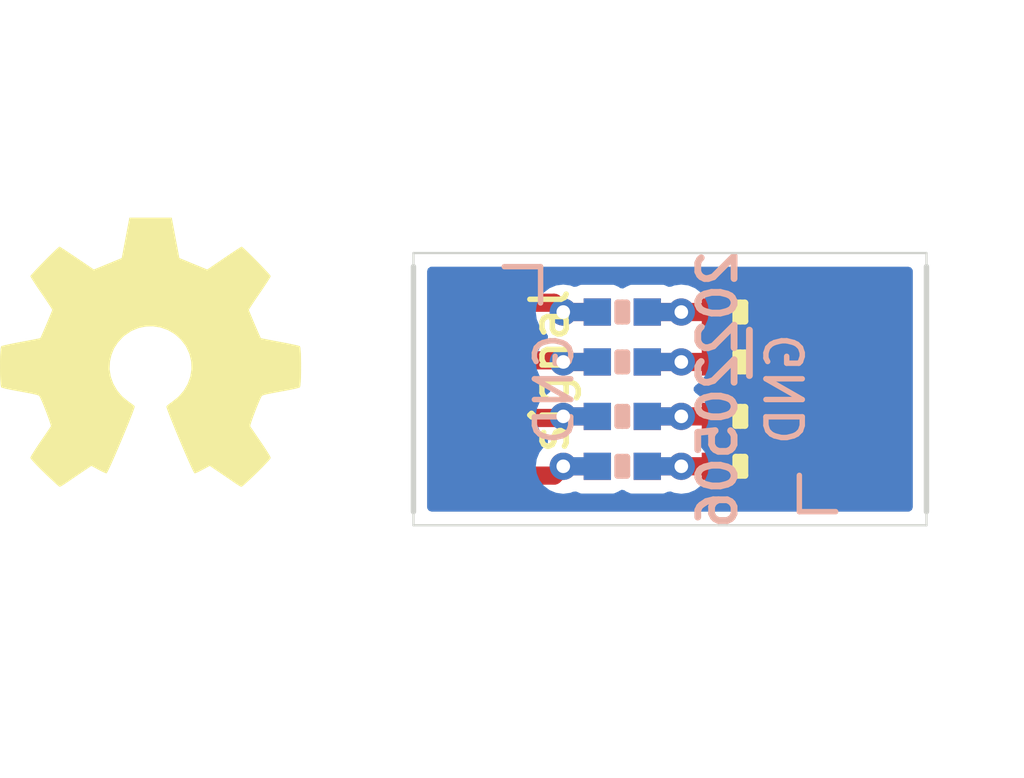
<source format=kicad_pcb>
(kicad_pcb (version 20211014) (generator pcbnew)
  (layers (0 "F.Cu" signal) (31 "B.Cu" signal) (34 "B.Paste" user) (35 "F.Paste" user) (36 "B.SilkS" user "B.Silkscreen") (37 "F.SilkS" user "F.Silkscreen") (38 "B.Mask" user) (39 "F.Mask" user) (44 "Edge.Cuts" user))
  (net 0 "")
  (net 1 "Net-(C1-Pad1)")
  (net 2 "Net-(C1-Pad2)")
  (net 3 "Net-(C2-Pad1)")
  (net 4 "Net-(C2-Pad2)")
  (net 5 "Net-(C3-Pad2)")
  (net 6 "Net-(C4-Pad1)")
  (net 7 "Net-(C4-Pad2)")
  (net 8 "/GND")
  (net 9 "Net-(R5-Pad2)")
  (net 10 "Net-(R6-Pad2)")
  (net 11 "Net-(R7-Pad2)")
  (net 12 "Net-(R8-Pad2)")
  (net 13 "Net-(J2-Pad6)")
  (footprint "Symbol:OSHW-Symbol_6.7x6mm_SilkScreen" (layer "F.Cu") (at 147 76.2)
    (fp_text reference "N2" hide)
    (fp_text value "OHWLOGO" hide)
    (fp_poly (pts (xy 0.555814 -2.531069) (xy 0.639635 -2.086445) (xy 0.94892 -1.958947) (xy 1.258206 -1.831449) (xy 1.629246 -2.083754) (xy 1.733157 -2.154004) (xy 1.827087 -2.216728) (xy 1.906652 -2.269062) (xy 1.96747 -2.308143) (xy 2.005157 -2.331107) (xy 2.015421 -2.336058) (xy 2.03391 -2.323324) (xy 2.07342 -2.288118) (xy 2.129522 -2.234938) (xy 2.197787 -2.168282) (xy 2.273786 -2.092646) (xy 2.353092 -2.012528) (xy 2.431275 -1.932426) (xy 2.503907 -1.856836) (xy 2.566559 -1.790255) (xy 2.614803 -1.737182) (xy 2.64421 -1.702113) (xy 2.651241 -1.690377) (xy 2.641123 -1.66874) (xy 2.612759 -1.621338) (xy 2.569129 -1.552807) (xy 2.513218 -1.467785) (xy 2.448006 -1.370907) (xy 2.410219 -1.31565) (xy 2.341343 -1.214752) (xy 2.28014 -1.123701) (xy 2.229578 -1.04703) (xy 2.192628 -0.989272) (xy 2.172258 -0.954957) (xy 2.169197 -0.947746) (xy 2.176136 -0.927252) (xy 2.195051 -0.879487) (xy 2.223087 -0.811168) (xy 2.257391 -0.729011) (xy 2.295109 -0.63973) (xy 2.333387 -0.550042) (xy 2.36937 -0.466662) (xy 2.400206 -0.396306) (xy 2.423039 -0.34569) (xy 2.435017 -0.321529) (xy 2.435724 -0.320578) (xy 2.454531 -0.315964) (xy 2.504618 -0.305672) (xy 2.580793 -0.290713) (xy 2.677865 -0.272099) (xy 2.790643 -0.250841) (xy 2.856442 -0.238582) (xy 2.97695 -0.215638) (xy 3.085797 -0.193805) (xy 3.177476 -0.174278) (xy 3.246481 -0.158252) (xy 3.287304 -0.146921) (xy 3.295511 -0.143326) (xy 3.303548 -0.118994) (xy 3.310033 -0.064041) (xy 3.31497 0.015108) (xy 3.318364 0.112026) (xy 3.320218 0.220287) (xy 3.320538 0.333465) (xy 3.319327 0.445135) (xy 3.31659 0.548868) (xy 3.312331 0.638241) (xy 3.306555 0.706826) (xy 3.299267 0.748197) (xy 3.294895 0.75681) (xy 3.268764 0.767133) (xy 3.213393 0.781892) (xy 3.136107 0.799352) (xy 3.04423 0.81778) (xy 3.012158 0.823741) (xy 2.857524 0.852066) (xy 2.735375 0.874876) (xy 2.641673 0.89308) (xy 2.572384 0.907583) (xy 2.523471 0.919292) (xy 2.490897 0.929115) (xy 2.470628 0.937956) (xy 2.458626 0.946724) (xy 2.456947 0.948457) (xy 2.440184 0.976371) (xy 2.414614 1.030695) (xy 2.382788 1.104777) (xy 2.34726 1.191965) (xy 2.310583 1.285608) (xy 2.275311 1.379052) (xy 2.243996 1.465647) (xy 2.219193 1.53874) (xy 2.203454 1.591678) (xy 2.199332 1.617811) (xy 2.199676 1.618726) (xy 2.213641 1.640086) (xy 2.245322 1.687084) (xy 2.291391 1.754827) (xy 2.348518 1.838423) (xy 2.413373 1.932982) (xy 2.431843 1.959854) (xy 2.497699 2.057275) (xy 2.55565 2.146163) (xy 2.602538 2.221412) (xy 2.635207 2.27792) (xy 2.6505 2.310581) (xy 2.651241 2.314593) (xy 2.638392 2.335684) (xy 2.602888 2.377464) (xy 2.549293 2.435445) (xy 2.482171 2.505135) (xy 2.406087 2.582045) (xy 2.325604 2.661683) (xy 2.245287 2.739561) (xy 2.169699 2.811186) (xy 2.103405 2.87207) (xy 2.050969 2.917721) (xy 2.016955 2.94365) (xy 2.007545 2.947883) (xy 1.985643 2.937912) (xy 1.9408 2.91102) (xy 1.880321 2.871736) (xy 1.833789 2.840117) (xy 1.749475 2.782098) (xy 1.649626 2.713784) (xy 1.549473 2.645579) (xy 1.495627 2.609075) (xy 1.313371 2.4858) (xy 1.160381 2.56852) (xy 1.090682 2.604759) (xy 1.031414 2.632926) (xy 0.991311 2.648991) (xy 0.981103 2.651226) (xy 0.968829 2.634722) (xy 0.944613 2.588082) (xy 0.910263 2.515609) (xy 0.867588 2.421606) (xy 0.818394 2.310374) (xy 0.76449 2.186215) (xy 0.707684 2.053432) (xy 0.649782 1.916327) (xy 0.592593 1.779202) (xy 0.537924 1.646358) (xy 0.487584 1.522098) (xy 0.44338 1.410725) (xy 0.407119 1.316539) (xy 0.380609 1.243844) (xy 0.365658 1.196941) (xy 0.363254 1.180833) (xy 0.382311 1.160286) (xy 0.424036 1.126933) (xy 0.479706 1.087702) (xy 0.484378 1.084599) (xy 0.628264 0.969423) (xy 0.744283 0.835053) (xy 0.83143 0.685784) (xy 0.888699 0.525913) (xy 0.915086 0.359737) (xy 0.909585 0.191552) (xy 0.87119 0.025655) (xy 0.798895 -0.133658) (xy 0.777626 -0.168513) (xy 0.666996 -0.309263) (xy 0.536302 -0.422286) (xy 0.390064 -0.506997) (xy 0.232808 -0.562806) (xy 0.069057 -0.589126) (xy -0.096667 -0.58537) (xy -0.259838 -0.55095) (xy -0.415935 -0.485277) (xy -0.560433 -0.387765) (xy -0.605131 -0.348187) (xy -0.718888 -0.224297) (xy -0.801782 -0.093876) (xy -0.858644 0.052315) (xy -0.890313 0.197088) (xy -0.898131 0.35986) (xy -0.872062 0.52344) (xy -0.814755 0.682298) (xy -0.728856 0.830906) (xy -0.617014 0.963735) (xy -0.481877 1.075256) (xy -0.464117 1.087011) (xy -0.40785 1.125508) (xy -0.365077 1.158863) (xy -0.344628 1.18016) (xy -0.344331 1.180833) (xy -0.348721 1.203871) (xy -0.366124 1.256157) (xy -0.394732 1.33339) (xy -0.432735 1.431268) (xy -0.478326 1.545491) (xy -0.529697 1.671758) (xy -0.585038 1.805767) (xy -0.642542 1.943218) (xy -0.700399 2.079808) (xy -0.756802 2.211237) (xy -0.809942 2.333205) (xy -0.85801 2.441409) (xy -0.899199 2.531549) (xy -0.931699 2.599323) (xy -0.953703 2.64043) (xy -0.962564 2.651226) (xy -0.98964 2.642819) (xy -1.040303 2.620272) (xy -1.105817 2.587613) (xy -1.141841 2.56852) (xy -1.294832 2.4858) (xy -1.477088 2.609075) (xy -1.570125 2.672228) (xy -1.671985 2.741727) (xy -1.767438 2.807165) (xy -1.81525 2.840117) (xy -1.882495 2.885273) (xy -1.939436 2.921057) (xy -1.978646 2.942938) (xy -1.991381 2.947563) (xy -2.009917 2.935085) (xy -2.050941 2.900252) (xy -2.110475 2.846678) (xy -2.184542 2.777983) (xy -2.269165 2.697781) (xy -2.322685 2.646286) (xy -2.416319 2.554286) (xy -2.497241 2.471999) (xy -2.562177 2.402945) (xy -2.607858 2.350644) (xy -2.631011 2.318616) (xy -2.633232 2.312116) (xy -2.622924 2.287394) (xy -2.594439 2.237405) (xy -2.550937 2.167212) (xy -2.495577 2.081875) (xy -2.43152 1.986456) (xy -2.413303 1.959854) (xy -2.346927 1.863167) (xy -2.287378 1.776117) (xy -2.237984 1.703595) (xy -2.202075 1.650493) (xy -2.182981 1.621703) (xy -2.181136 1.618726) (xy -2.183895 1.595782) (xy -2.198538 1.545336) (xy -2.222513 1.474041) (xy -2.253266 1.388547) (xy -2.288244 1.295507) (xy -2.324893 1.201574) (xy -2.360661 1.113399) (xy -2.392994 1.037634) (xy -2.419338 0.980931) (xy -2.437142 0.949943) (xy -2.438407 0.948457) (xy -2.449294 0.939601) (xy -2.467682 0.930843) (xy -2.497606 0.921277) (xy -2.543103 0.909996) (xy -2.608209 0.896093) (xy -2.696961 0.878663) (xy -2.813393 0.856798) (xy -2.961542 0.829591) (xy -2.993618 0.823741) (xy -3.088686 0.805374) (xy -3.171565 0.787405) (xy -3.23493 0.771569) (xy -3.271458 0.7596) (xy -3.276356 0.75681) (xy -3.284427 0.732072) (xy -3.290987 0.67679) (xy -3.296033 0.597389) (xy -3.299559 0.500296) (xy -3.301561 0.391938) (xy -3.302036 0.27874) (xy -3.300977 0.167128) (xy -3.298382 0.063529) (xy -3.294246 -0.025632) (xy -3.288563 -0.093928) (xy -3.281331 -0.134934) (xy -3.276971 -0.143326) (xy -3.252698 -0.151792) (xy -3.197426 -0.165565) (xy -3.116662 -0.18345) (xy -3.015912 -0.204252) (xy -2.900683 -0.226777) (xy -2.837902 -0.238582) (xy -2.718787 -0.260849) (xy -2.612565 -0.281021) (xy -2.524427 -0.298085) (xy -2.459566 -0.311031) (xy -2.423174 -0.318845) (xy -2.417184 -0.320578) (xy -2.407061 -0.34011) (xy -2.385662 -0.387157) (xy -2.355839 -0.454997) (xy -2.320445 -0.536909) (xy -2.282332 -0.626172) (xy -2.244353 -0.716065) (xy -2.20936 -0.799865) (xy -2.180206 -0.870853) (xy -2.159743 -0.922306) (xy -2.150823 -0.947503) (xy -2.150657 -0.948604) (xy -2.160769 -0.968481) (xy -2.189117 -1.014223) (xy -2.232723 -1.081283) (xy -2.288606 -1.165116) (xy -2.353787 -1.261174) (xy -2.391679 -1.31635) (xy -2.460725 -1.417519) (xy -2.52205 -1.50937) (xy -2.572663 -1.587256) (xy -2.609571 -1.646531) (xy -2.629782 -1.682549) (xy -2.632701 -1.690623) (xy -2.620153 -1.709416) (xy -2.585463 -1.749543) (xy -2.533063 -1.806507) (xy -2.467384 -1.875815) (xy -2.392856 -1.952969) (xy -2.313913 -2.033475) (xy -2.234983 -2.112837) (xy -2.1605 -2.18656) (xy -2.094894 -2.250148) (xy -2.042596 -2.299106) (xy -2.008039 -2.328939) (xy -1.996478 -2.336058) (xy -1.977654 -2.326047) (xy -1.932631 -2.297922) (xy -1.865787 -2.254546) (xy -1.781499 -2.198782) (xy -1.684144 -2.133494) (xy -1.610707 -2.083754) (xy -1.239667 -1.831449) (xy -0.621095 -2.086445) (xy -0.537275 -2.531069) (xy -0.453454 -2.975693) (xy 0.471994 -2.975693) (xy 0.555814 -2.531069)) (layer "F.SilkS") (width 0.01) (fill solid))
  )
  (footprint "SquantorRcl:C_0402" (layer "F.Cu") (at 157.4 76.4)
    (fp_text reference "C2")
    (fp_text value "100p")
    (fp_line (start 0 -0.2) (end 0 0.2) (layer "F.SilkS") (width 0.15))
    (pad "1" smd rect (at -0.55 0) (size 0.6 0.6) (layers "F.Cu" "F.Paste" "F.Mask") (net 3 "Net-(C2-Pad1)"))
    (pad "2" smd rect (at 0.55 0) (size 0.6 0.6) (layers "F.Cu" "F.Paste" "F.Mask") (net 4 "Net-(C2-Pad2)"))
  )
  (footprint "SquantorConnectors:Header-0127-2X04-EDGE" (layer "F.Cu") (at 155.3 77 -90)
    (fp_text reference "J2")
    (fp_text value "Conn_02x04_Odd_Even")
    (fp_line (start -1.9 -0.3) (end -2.7 -0.3) (layer "B.SilkS") (width 0.12))
    (fp_line (start -2.7 -0.3) (end -2.7 0.5) (layer "B.SilkS") (width 0.12))
    (fp_line (start 2.7 2.5) (end -2.7 2.5) (layer "Edge.Cuts") (width 0.12))
    (pad "1" smd roundrect (at -1.905 1.1 270) (size 0.8 2) (layers "B.Cu" "B.Paste" "B.Mask") (net 8 "/GND"))
    (pad "2" smd rect (at -1.905 1.1 270) (size 0.8 2) (layers "F.Cu" "F.Paste" "F.Mask") (net 1 "Net-(C1-Pad1)"))
    (pad "3" smd rect (at -0.635 1.1 270) (size 0.8 2) (layers "B.Cu" "B.Paste" "B.Mask") (net 8 "/GND"))
    (pad "4" smd rect (at -0.635 1.1 270) (size 0.8 2) (layers "F.Cu" "F.Paste" "F.Mask") (net 3 "Net-(C2-Pad1)"))
    (pad "5" smd rect (at 0.635 1.1 270) (size 0.8 2) (layers "B.Cu" "B.Paste" "B.Mask") (net 8 "/GND"))
    (pad "6" smd rect (at 0.635 1.1 270) (size 0.8 2) (layers "F.Cu" "F.Paste" "F.Mask") (net 13 "Net-(J2-Pad6)"))
    (pad "7" smd rect (at 1.905 1.1 270) (size 0.8 2) (layers "B.Cu" "B.Paste" "B.Mask") (net 8 "/GND"))
    (pad "8" smd rect (at 1.905 1.1 270) (size 0.8 2) (layers "F.Cu" "F.Paste" "F.Mask") (net 6 "Net-(C4-Pad1)"))
  )
  (footprint "SquantorConnectors:Header-0127-2X04-EDGE" (layer "F.Cu") (at 161.6 77 90)
    (fp_text reference "J1")
    (fp_text value "Conn_02x04_Odd_Even")
    (fp_line (start -1.9 -0.3) (end -2.7 -0.3) (layer "B.SilkS") (width 0.12))
    (fp_line (start -2.7 -0.3) (end -2.7 0.5) (layer "B.SilkS") (width 0.12))
    (fp_line (start 2.7 2.5) (end -2.7 2.5) (layer "Edge.Cuts") (width 0.12))
    (pad "1" smd roundrect (at -1.905 1.1 90) (size 0.8 2) (layers "B.Cu" "B.Paste" "B.Mask") (net 8 "/GND"))
    (pad "2" smd rect (at -1.905 1.1 90) (size 0.8 2) (layers "F.Cu" "F.Paste" "F.Mask") (net 12 "Net-(R8-Pad2)"))
    (pad "3" smd rect (at -0.635 1.1 90) (size 0.8 2) (layers "B.Cu" "B.Paste" "B.Mask") (net 8 "/GND"))
    (pad "4" smd rect (at -0.635 1.1 90) (size 0.8 2) (layers "F.Cu" "F.Paste" "F.Mask") (net 11 "Net-(R7-Pad2)"))
    (pad "5" smd rect (at 0.635 1.1 90) (size 0.8 2) (layers "B.Cu" "B.Paste" "B.Mask") (net 8 "/GND"))
    (pad "6" smd rect (at 0.635 1.1 90) (size 0.8 2) (layers "F.Cu" "F.Paste" "F.Mask") (net 10 "Net-(R6-Pad2)"))
    (pad "7" smd rect (at 1.905 1.1 90) (size 0.8 2) (layers "B.Cu" "B.Paste" "B.Mask") (net 8 "/GND"))
    (pad "8" smd rect (at 1.905 1.1 90) (size 0.8 2) (layers "F.Cu" "F.Paste" "F.Mask") (net 9 "Net-(R5-Pad2)"))
  )
  (footprint "SquantorRcl:C_0402" (layer "F.Cu") (at 157.4 77.6)
    (fp_text reference "C3")
    (fp_text value "100p")
    (fp_line (start 0 -0.2) (end 0 0.2) (layer "F.SilkS") (width 0.15))
    (pad "1" smd rect (at -0.55 0) (size 0.6 0.6) (layers "F.Cu" "F.Paste" "F.Mask") (net 13 "Net-(J2-Pad6)"))
    (pad "2" smd rect (at 0.55 0) (size 0.6 0.6) (layers "F.Cu" "F.Paste" "F.Mask") (net 5 "Net-(C3-Pad2)"))
  )
  (footprint "SquantorRcl:R_0402_hand" (layer "F.Cu") (at 160 77.6)
    (fp_text reference "R7")
    (fp_text value "470")
    (fp_line (start 0 -0.2) (end 0 0.2) (layer "F.SilkS") (width 0.15))
    (fp_line (start 0.1 -0.2) (end 0.1 0.2) (layer "F.SilkS") (width 0.15))
    (fp_line (start -0.1 -0.2) (end 0.1 -0.2) (layer "F.SilkS") (width 0.15))
    (fp_line (start 0.1 0.2) (end -0.1 0.2) (layer "F.SilkS") (width 0.15))
    (fp_line (start -0.1 0.2) (end -0.1 -0.2) (layer "F.SilkS") (width 0.15))
    (pad "1" smd rect (at -0.55 0) (size 0.6 0.6) (layers "F.Cu" "F.Paste" "F.Mask") (net 5 "Net-(C3-Pad2)"))
    (pad "2" smd rect (at 0.55 0) (size 0.6 0.6) (layers "F.Cu" "F.Paste" "F.Mask") (net 11 "Net-(R7-Pad2)"))
  )
  (footprint "SquantorRcl:C_0402" (layer "F.Cu") (at 157.4 75.3)
    (fp_text reference "C1")
    (fp_text value "100p")
    (fp_line (start 0 -0.2) (end 0 0.2) (layer "F.SilkS") (width 0.15))
    (pad "1" smd rect (at -0.55 0) (size 0.6 0.6) (layers "F.Cu" "F.Paste" "F.Mask") (net 1 "Net-(C1-Pad1)"))
    (pad "2" smd rect (at 0.55 0) (size 0.6 0.6) (layers "F.Cu" "F.Paste" "F.Mask") (net 2 "Net-(C1-Pad2)"))
  )
  (footprint "SquantorRcl:R_0402_hand" (layer "F.Cu") (at 160 75.3)
    (fp_text reference "R5")
    (fp_text value "470")
    (fp_line (start 0.1 0.2) (end -0.1 0.2) (layer "F.SilkS") (width 0.15))
    (fp_line (start -0.1 0.2) (end -0.1 -0.2) (layer "F.SilkS") (width 0.15))
    (fp_line (start 0.1 -0.2) (end 0.1 0.2) (layer "F.SilkS") (width 0.15))
    (fp_line (start 0 -0.2) (end 0 0.2) (layer "F.SilkS") (width 0.15))
    (fp_line (start -0.1 -0.2) (end 0.1 -0.2) (layer "F.SilkS") (width 0.15))
    (pad "1" smd rect (at -0.55 0) (size 0.6 0.6) (layers "F.Cu" "F.Paste" "F.Mask") (net 2 "Net-(C1-Pad2)"))
    (pad "2" smd rect (at 0.55 0) (size 0.6 0.6) (layers "F.Cu" "F.Paste" "F.Mask") (net 9 "Net-(R5-Pad2)"))
  )
  (footprint "SquantorRcl:R_0402_hand" (layer "F.Cu") (at 160 76.4)
    (fp_text reference "R6")
    (fp_text value "470")
    (fp_line (start 0.1 0.2) (end -0.1 0.2) (layer "F.SilkS") (width 0.15))
    (fp_line (start -0.1 -0.2) (end 0.1 -0.2) (layer "F.SilkS") (width 0.15))
    (fp_line (start 0.1 -0.2) (end 0.1 0.2) (layer "F.SilkS") (width 0.15))
    (fp_line (start 0 -0.2) (end 0 0.2) (layer "F.SilkS") (width 0.15))
    (fp_line (start -0.1 0.2) (end -0.1 -0.2) (layer "F.SilkS") (width 0.15))
    (pad "1" smd rect (at -0.55 0) (size 0.6 0.6) (layers "F.Cu" "F.Paste" "F.Mask") (net 4 "Net-(C2-Pad2)"))
    (pad "2" smd rect (at 0.55 0) (size 0.6 0.6) (layers "F.Cu" "F.Paste" "F.Mask") (net 10 "Net-(R6-Pad2)"))
  )
  (footprint "SquantorRcl:C_0402" (layer "F.Cu") (at 157.4 78.7)
    (fp_text reference "C4")
    (fp_text value "100p")
    (fp_line (start 0 -0.2) (end 0 0.2) (layer "F.SilkS") (width 0.15))
    (pad "1" smd rect (at -0.55 0) (size 0.6 0.6) (layers "F.Cu" "F.Paste" "F.Mask") (net 6 "Net-(C4-Pad1)"))
    (pad "2" smd rect (at 0.55 0) (size 0.6 0.6) (layers "F.Cu" "F.Paste" "F.Mask") (net 7 "Net-(C4-Pad2)"))
  )
  (footprint "SquantorRcl:R_0402_hand" (layer "F.Cu") (at 160 78.7)
    (fp_text reference "R8")
    (fp_text value "470")
    (fp_line (start 0 -0.2) (end 0 0.2) (layer "F.SilkS") (width 0.15))
    (fp_line (start -0.1 -0.2) (end 0.1 -0.2) (layer "F.SilkS") (width 0.15))
    (fp_line (start 0.1 -0.2) (end 0.1 0.2) (layer "F.SilkS") (width 0.15))
    (fp_line (start 0.1 0.2) (end -0.1 0.2) (layer "F.SilkS") (width 0.15))
    (fp_line (start -0.1 0.2) (end -0.1 -0.2) (layer "F.SilkS") (width 0.15))
    (pad "1" smd rect (at -0.55 0) (size 0.6 0.6) (layers "F.Cu" "F.Paste" "F.Mask") (net 7 "Net-(C4-Pad2)"))
    (pad "2" smd rect (at 0.55 0) (size 0.6 0.6) (layers "F.Cu" "F.Paste" "F.Mask") (net 12 "Net-(R8-Pad2)"))
  )
  (footprint "SquantorLabels:Label_Generic" (layer "B.Cu") (at 159.6 76.2 -90)
    (fp_text reference "N1" hide)
    (fp_text value "20220506" (at 0.8 0.1 90) (layer "B.SilkS") (effects (font (size 0.8 0.8)) (justify mirror)))
    (fp_line (start -0.5 -0.6) (end 0.5 -0.6) (layer "B.SilkS") (width 0.15))
  )
  (footprint "SquantorRcl:R_0402_hand" (layer "B.Cu") (at 157.4 75.3)
    (fp_text reference "R1")
    (fp_text value "100K")
    (fp_line (start -0.1 0.2) (end 0.1 0.2) (layer "B.SilkS") (width 0.15))
    (fp_line (start 0.1 0.2) (end 0.1 -0.2) (layer "B.SilkS") (width 0.15))
    (fp_line (start 0.1 -0.2) (end -0.1 -0.2) (layer "B.SilkS") (width 0.15))
    (fp_line (start -0.1 -0.2) (end -0.1 0.2) (layer "B.SilkS") (width 0.15))
    (fp_line (start 0 0.2) (end 0 -0.2) (layer "B.SilkS") (width 0.15))
    (pad "1" smd rect (at -0.55 0) (size 0.6 0.6) (layers "B.Cu" "B.Paste" "B.Mask") (net 1 "Net-(C1-Pad1)"))
    (pad "2" smd rect (at 0.55 0) (size 0.6 0.6) (layers "B.Cu" "B.Paste" "B.Mask") (net 2 "Net-(C1-Pad2)"))
  )
  (footprint "SquantorRcl:R_0402_hand" (layer "B.Cu") (at 157.4 77.6)
    (fp_text reference "R3")
    (fp_text value "100K")
    (fp_line (start 0 0.2) (end 0 -0.2) (layer "B.SilkS") (width 0.15))
    (fp_line (start -0.1 -0.2) (end -0.1 0.2) (layer "B.SilkS") (width 0.15))
    (fp_line (start 0.1 0.2) (end 0.1 -0.2) (layer "B.SilkS") (width 0.15))
    (fp_line (start 0.1 -0.2) (end -0.1 -0.2) (layer "B.SilkS") (width 0.15))
    (fp_line (start -0.1 0.2) (end 0.1 0.2) (layer "B.SilkS") (width 0.15))
    (pad "1" smd rect (at -0.55 0) (size 0.6 0.6) (layers "B.Cu" "B.Paste" "B.Mask") (net 13 "Net-(J2-Pad6)"))
    (pad "2" smd rect (at 0.55 0) (size 0.6 0.6) (layers "B.Cu" "B.Paste" "B.Mask") (net 5 "Net-(C3-Pad2)"))
  )
  (footprint "SquantorRcl:R_0402_hand" (layer "B.Cu") (at 157.4 78.7)
    (fp_text reference "R4")
    (fp_text value "100K")
    (fp_line (start 0 0.2) (end 0 -0.2) (layer "B.SilkS") (width 0.15))
    (fp_line (start -0.1 -0.2) (end -0.1 0.2) (layer "B.SilkS") (width 0.15))
    (fp_line (start 0.1 -0.2) (end -0.1 -0.2) (layer "B.SilkS") (width 0.15))
    (fp_line (start 0.1 0.2) (end 0.1 -0.2) (layer "B.SilkS") (width 0.15))
    (fp_line (start -0.1 0.2) (end 0.1 0.2) (layer "B.SilkS") (width 0.15))
    (pad "1" smd rect (at -0.55 0) (size 0.6 0.6) (layers "B.Cu" "B.Paste" "B.Mask") (net 6 "Net-(C4-Pad1)"))
    (pad "2" smd rect (at 0.55 0) (size 0.6 0.6) (layers "B.Cu" "B.Paste" "B.Mask") (net 7 "Net-(C4-Pad2)"))
  )
  (footprint "SquantorRcl:R_0402_hand" (layer "B.Cu") (at 157.4 76.4)
    (fp_text reference "R2")
    (fp_text value "100K")
    (fp_line (start -0.1 -0.2) (end -0.1 0.2) (layer "B.SilkS") (width 0.15))
    (fp_line (start 0.1 -0.2) (end -0.1 -0.2) (layer "B.SilkS") (width 0.15))
    (fp_line (start 0 0.2) (end 0 -0.2) (layer "B.SilkS") (width 0.15))
    (fp_line (start -0.1 0.2) (end 0.1 0.2) (layer "B.SilkS") (width 0.15))
    (fp_line (start 0.1 0.2) (end 0.1 -0.2) (layer "B.SilkS") (width 0.15))
    (pad "1" smd rect (at -0.55 0) (size 0.6 0.6) (layers "B.Cu" "B.Paste" "B.Mask") (net 3 "Net-(C2-Pad1)"))
    (pad "2" smd rect (at 0.55 0) (size 0.6 0.6) (layers "B.Cu" "B.Paste" "B.Mask") (net 4 "Net-(C2-Pad2)"))
  )
  (gr_line (start 152.8 80) (end 152.8 79.7) (layer "Edge.Cuts") (width 0.05))
  (gr_line (start 164.1 80) (end 152.8 80) (layer "Edge.Cuts") (width 0.05))
  (gr_line (start 164.1 79.7) (end 164.1 80) (layer "Edge.Cuts") (width 0.05))
  (gr_line (start 164.1 74) (end 164.1 74.3) (layer "Edge.Cuts") (width 0.05))
  (gr_line (start 152.8 74.3) (end 152.8 74) (layer "Edge.Cuts") (width 0.05))
  (gr_line (start 152.8 74) (end 164.1 74) (layer "Edge.Cuts") (width 0.05))
  (gr_text "GND" (at 155.9 77 90) (layer "B.SilkS") (effects (font (size 0.8 0.8) (thickness 0.12)) (justify mirror)))
  (gr_text "GND" (at 161 77 90) (layer "B.SilkS") (effects (font (size 0.8 0.8) (thickness 0.12)) (justify mirror)))
  (gr_text "signal" (at 155.8 76.6 90) (layer "F.SilkS") (effects (font (size 0.8 0.8) (thickness 0.12))))
  (segment (start 156.85 75.3) (end 156.1 75.3) (width 0.4) (layer "F.Cu") (net 1))
  (segment (start 154.2 75.095) (end 155.895 75.095) (width 0.4) (layer "F.Cu") (net 1))
  (segment (start 155.895 75.095) (end 156.1 75.3) (width 0.4) (layer "F.Cu") (net 1))
  (via (at 156.1 75.3) (size 0.6) (drill 0.3) (layers "F.Cu" "B.Cu") (net 1))
  (segment (start 156.1 75.3) (end 156.85 75.3) (width 0.4) (layer "B.Cu") (net 1))
  (segment (start 157.95 75.3) (end 158.7 75.3) (width 0.4) (layer "F.Cu") (net 2))
  (segment (start 159.45 75.3) (end 158.7 75.3) (width 0.4) (layer "F.Cu") (net 2))
  (via (at 158.7 75.3) (size 0.6) (drill 0.3) (layers "F.Cu" "B.Cu") (net 2))
  (segment (start 158.7 75.3) (end 157.95 75.3) (width 0.4) (layer "B.Cu") (net 2))
  (segment (start 156.065 76.365) (end 156.1 76.4) (width 0.4) (layer "F.Cu") (net 3))
  (segment (start 154.2 76.365) (end 156.065 76.365) (width 0.4) (layer "F.Cu") (net 3))
  (segment (start 156.1 76.4) (end 156.85 76.4) (width 0.4) (layer "F.Cu") (net 3))
  (via (at 156.1 76.4) (size 0.6) (drill 0.3) (layers "F.Cu" "B.Cu") (net 3))
  (segment (start 156.85 76.4) (end 156.1 76.4) (width 0.4) (layer "B.Cu") (net 3))
  (segment (start 159.45 76.4) (end 158.7 76.4) (width 0.4) (layer "F.Cu") (net 4))
  (segment (start 157.95 76.4) (end 158.7 76.4) (width 0.4) (layer "F.Cu") (net 4))
  (via (at 158.7 76.4) (size 0.6) (drill 0.3) (layers "F.Cu" "B.Cu") (net 4))
  (segment (start 158.7 76.4) (end 157.95 76.4) (width 0.4) (layer "B.Cu") (net 4))
  (segment (start 159.45 77.6) (end 158.7 77.6) (width 0.4) (layer "F.Cu") (net 5))
  (segment (start 157.95 77.6) (end 158.7 77.6) (width 0.4) (layer "F.Cu") (net 5))
  (via (at 158.7 77.6) (size 0.6) (drill 0.3) (layers "F.Cu" "B.Cu") (net 5))
  (segment (start 158.7 77.6) (end 157.95 77.6) (width 0.4) (layer "B.Cu") (net 5))
  (segment (start 156.1 78.7) (end 156.85 78.7) (width 0.4) (layer "F.Cu") (net 6))
  (segment (start 154.2 78.905) (end 155.895 78.905) (width 0.4) (layer "F.Cu") (net 6))
  (segment (start 155.895 78.905) (end 156.1 78.7) (width 0.4) (layer "F.Cu") (net 6))
  (via (at 156.1 78.7) (size 0.6) (drill 0.3) (layers "F.Cu" "B.Cu") (net 6))
  (segment (start 156.85 78.7) (end 156.1 78.7) (width 0.4) (layer "B.Cu") (net 6))
  (segment (start 159.45 78.7) (end 158.7 78.7) (width 0.4) (layer "F.Cu") (net 7))
  (segment (start 157.95 78.7) (end 158.7 78.7) (width 0.4) (layer "F.Cu") (net 7))
  (via (at 158.7 78.7) (size 0.6) (drill 0.3) (layers "F.Cu" "B.Cu") (net 7))
  (segment (start 158.7 78.7) (end 157.95 78.7) (width 0.4) (layer "B.Cu") (net 7))
  (segment (start 162.7 75.095) (end 161.405 75.095) (width 0.4) (layer "F.Cu") (net 9))
  (segment (start 161.405 75.095) (end 161.2 75.3) (width 0.4) (layer "F.Cu") (net 9))
  (segment (start 161.2 75.3) (end 160.55 75.3) (width 0.4) (layer "F.Cu") (net 9))
  (segment (start 161.235 76.365) (end 161.2 76.4) (width 0.4) (layer "F.Cu") (net 10))
  (segment (start 162.7 76.365) (end 161.235 76.365) (width 0.4) (layer "F.Cu") (net 10))
  (segment (start 161.2 76.4) (end 160.55 76.4) (width 0.4) (layer "F.Cu") (net 10))
  (segment (start 161.2 77.6) (end 160.55 77.6) (width 0.4) (layer "F.Cu") (net 11))
  (segment (start 162.7 77.635) (end 161.235 77.635) (width 0.4) (layer "F.Cu") (net 11))
  (segment (start 161.235 77.635) (end 161.2 77.6) (width 0.4) (layer "F.Cu") (net 11))
  (segment (start 161.405 78.905) (end 161.2 78.7) (width 0.4) (layer "F.Cu") (net 12))
  (segment (start 161.2 78.7) (end 160.55 78.7) (width 0.4) (layer "F.Cu") (net 12))
  (segment (start 162.7 78.905) (end 161.405 78.905) (width 0.4) (layer "F.Cu") (net 12))
  (segment (start 156.065 77.635) (end 156.1 77.6) (width 0.4) (layer "F.Cu") (net 13))
  (segment (start 156.85 77.6) (end 156.1 77.6) (width 0.4) (layer "F.Cu") (net 13))
  (segment (start 154.2 77.635) (end 156.065 77.635) (width 0.4) (layer "F.Cu") (net 13))
  (via (at 156.1 77.6) (size 0.6) (drill 0.3) (layers "F.Cu" "B.Cu") (net 13))
  (segment (start 156.1 77.6) (end 156.85 77.6) (width 0.4) (layer "B.Cu") (net 13))
  (zone (net 8) (net_name "/GND") (layer "B.Cu") (connect_pads (clearance 0.3)) (min_thickness 0.2) (fill yes (thermal_gap 0.2) (thermal_bridge_width 0.4))
    (polygon (pts (xy 164.1 80) (xy 152.8 80) (xy 152.8 74) (xy 164.1 74)))
  )
)
</source>
